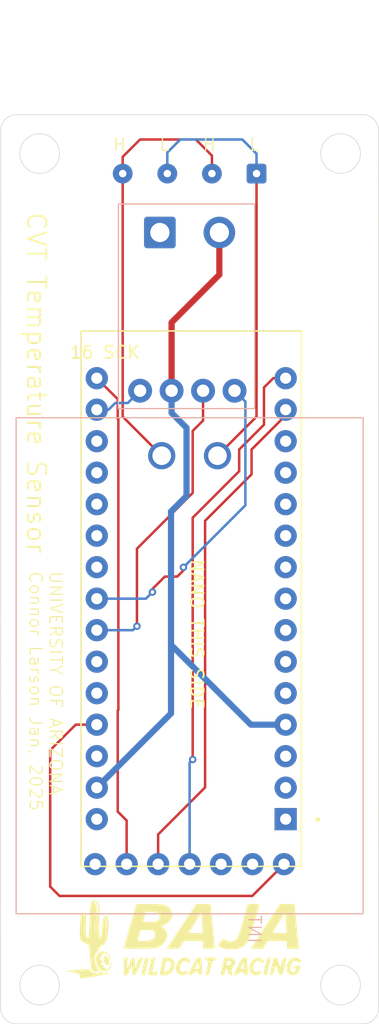
<source format=kicad_pcb>
(kicad_pcb (version 20240108) (generator "pcbnew") (generator_version "8.0")
  (layers (0 "F.Cu" signal) (31 "B.Cu" signal) (34 "B.Paste" user) (35 "F.Paste" user) (36 "B.SilkS" user "B.Silkscreen") (37 "F.SilkS" user "F.Silkscreen") (38 "B.Mask" user) (39 "F.Mask" user) (44 "Edge.Cuts" user))
  (net 0 "")
  (net 2 "SDA")
  (net 6 "+3V")
  (net 10 "SO")
  (net 12 "SCK")
  (net 21 "SI")
  (net 26 "SCL")
  (net 27 "+5V")
  (net 30 "CS")
  (net 31 "0")
  (net 32 "+5v")
  (net 33 "GND")
  (net 34 "Low")
  (net 35 "High")
  (footprint "Connector_Wire:SolderWire-0.75sqmm_1x02_P4.8mm_D1.25mm_OD2.3mm" (layer "F.Cu") (at 142.1 69.25)
    (property "Reference" "J5" (hide yes))
    (property "Value" "Conn_01x02")
    (pad "1" thru_hole roundrect (at 0 0) (size 2.55 2.55) (drill 1.55) (layers "*.Cu" "*.Mask") (roundrect_rratio 0.098039) (net 32 "+5v"))
    (pad "2" thru_hole circle (at 4.8 0) (size 2.55 2.55) (drill 1.55) (layers "*.Cu" "*.Mask") (net 33 "GND"))
  )
  (footprint "Connector_Wire:SolderWire-0.1sqmm_1x04_P3.6mm_D0.4mm_OD1mm" (layer "F.Cu") (at 149.9 64.5 180)
    (property "Reference" "J2" (hide yes))
    (property "Value" "CAN to outer connector")
    (pad "1" thru_hole roundrect (at 0 0 180) (size 1.6 1.6) (drill 0.6) (layers "*.Cu" "*.Mask") (roundrect_rratio 0.15625) (net 34 "Low"))
    (pad "2" thru_hole circle (at 3.6 0 180) (size 1.6 1.6) (drill 0.6) (layers "*.Cu" "*.Mask") (net 35 "High"))
    (pad "3" thru_hole circle (at 7.2 0 180) (size 1.6 1.6) (drill 0.6) (layers "*.Cu" "*.Mask") (net 34 "Low"))
    (pad "4" thru_hole circle (at 10.8 0 180) (size 1.6 1.6) (drill 0.6) (layers "*.Cu" "*.Mask") (net 35 "High"))
  )
  (footprint "BAJA SAE:Baja Logo" (layer "F.Cu") (at 144 126.25)
    (property "Reference" "G***" (hide yes))
    (property "Value" "LOGO" (hide yes))
    (fp_poly (pts (xy -6.150348 1.386464) (xy -6.047882 1.527298) (xy -5.981696 1.710629) (xy -5.972291 1.894405) (xy -5.978448 1.925236) (xy -6.052756 2.061477) (xy -6.163169 2.089719) (xy -6.284948 2.013076) (xy -6.375404 1.875262) (xy -6.439841 1.66625) (xy -6.434342 1.485397) (xy -6.365006 1.363829) (xy -6.268591 1.330174)) (fill solid) (layer "F.SilkS"))
    (fp_poly (pts (xy 6.957772 1.460167) (xy 7.000893 1.483375) (xy 7.016623 1.546401) (xy 7.004794 1.669164) (xy 6.965236 1.871582) (xy 6.89778 2.173575) (xy 6.88071 2.248628) (xy 6.811382 2.539312) (xy 6.755864 2.727888) (xy 6.704498 2.836742) (xy 6.647628 2.888258) (xy 6.59872 2.902286) (xy 6.4878 2.887686) (xy 6.460848 2.840987) (xy 6.473704 2.747978) (xy 6.508416 2.561267) (xy 6.559204 2.310781) (xy 6.602392 2.108152) (xy 6.668095 1.816411) (xy 6.719312 1.627234) (xy 6.765593 1.518802) (xy 6.816485 1.469297) (xy 6.881539 1.4569) (xy 6.887429 1.456858)) (fill solid) (layer "F.SilkS"))
    (fp_poly (pts (xy -2.822678 1.477591) (xy -2.808262 1.553555) (xy -2.812183 1.567706) (xy -2.839246 1.67266) (xy -2.8832 1.859133) (xy -2.936797 2.09447) (xy -2.992791 2.346015) (xy -3.043934 2.581116) (xy -3.082979 2.767117) (xy -3.102678 2.871364) (xy -3.10374 2.881374) (xy -3.158212 2.905475) (xy -3.266363 2.913716) (xy -3.383359 2.893443) (xy -3.401988 2.819312) (xy -3.39792 2.802868) (xy -3.371381 2.695621) (xy -3.325314 2.497498) (xy -3.267295 2.241373) (xy -3.230098 2.074439) (xy -3.165654 1.792866) (xy -3.115689 1.612884) (xy -3.069457 1.511936) (xy -3.016215 1.467465) (xy -2.945217 1.456916) (xy -2.935918 1.456858)) (fill solid) (layer "F.SilkS"))
    (fp_poly (pts (xy -2.346638 1.462554) (xy -2.303175 1.49419) (xy -2.292639 1.57359) (xy -2.314263 1.722575) (xy -2.367283 1.96297) (xy -2.401021 2.10611) (xy -2.517416 2.597007) (xy -2.303845 2.597007) (xy -2.157459 2.609929) (xy -2.099026 2.667304) (xy -2.090274 2.755361) (xy -2.098321 2.843123) (xy -2.142293 2.890506) (xy -2.251938 2.909904) (xy -2.457003 2.913712) (xy -2.470324 2.913716) (xy -2.712693 2.901845) (xy -2.833998 2.865773) (xy -2.850374 2.836581) (xy -2.837537 2.745507) (xy -2.802871 2.560476) (xy -2.752144 2.31117) (xy -2.70883 2.108152) (xy -2.643127 1.816411) (xy -2.59191 1.627234) (xy -2.545629 1.518802) (xy -2.494737 1.469297) (xy -2.429683 1.4569) (xy -2.423793 1.456858)) (fill solid) (layer "F.SilkS"))
    (fp_poly (pts (xy 0.355407 1.513633) (xy 0.443392 1.583541) (xy 0.54756 1.735184) (xy 0.550654 1.849614) (xy 0.47488 1.902403) (xy 0.342443 1.869121) (xy 0.247058 1.799528) (xy 0.098141 1.727697) (xy -0.045245 1.776957) (xy -0.17296 1.941798) (xy -0.223826 2.055366) (xy -0.284763 2.300847) (xy -0.270221 2.490533) (xy -0.190875 2.60739) (xy -0.057399 2.634384) (xy 0.098129 2.569119) (xy 0.211454 2.509435) (xy 0.284349 2.531512) (xy 0.324681 2.574942) (xy 0.368261 2.659187) (xy 0.322552 2.739776) (xy 0.260131 2.794292) (xy 0.049326 2.894385) (xy -0.186056 2.900905) (xy -0.395444 2.814512) (xy -0.430681 2.785279) (xy -0.571893 2.593057) (xy -0.6137 2.358739) (xy -0.56967 2.088771) (xy -0.452454 1.816995) (xy -0.278424 1.612165) (xy -0.070494 1.485709) (xy 0.148421 1.449056)) (fill solid) (layer "F.SilkS"))
    (fp_poly (pts (xy 2.455012 1.460389) (xy 2.586365 1.476268) (xy 2.645695 1.512426) (xy 2.660296 1.576793) (xy 2.66035 1.583541) (xy 2.622098 1.683843) (xy 2.506264 1.710224) (xy 2.432972 1.713375) (xy 2.379725 1.73687) (xy 2.336976 1.801777) (xy 2.295178 1.929164) (xy 2.244782 2.140095) (xy 2.183314 2.422818) (xy 2.126885 2.669055) (xy 2.079861 2.815891) (xy 2.028931 2.888555) (xy 1.960786 2.912278) (xy 1.924355 2.913716) (xy 1.8136 2.893279) (xy 1.796567 2.808646) (xy 1.803985 2.771197) (xy 1.894675 2.37571) (xy 1.959176 2.089808) (xy 2.000488 1.8998) (xy 2.02161 1.791995) (xy 2.025997 1.75773) (xy 1.972666 1.721517) (xy 1.874509 1.710224) (xy 1.764316 1.689117) (xy 1.749775 1.606875) (xy 1.755213 1.583541) (xy 1.787817 1.515898) (xy 1.860819 1.477535) (xy 2.00364 1.460508) (xy 2.224346 1.456858)) (fill solid) (layer "F.SilkS"))
    (fp_poly (pts (xy 6.205096 1.4923) (xy 6.356917 1.579925) (xy 6.468548 1.691676) (xy 6.506446 1.7995) (xy 6.495417 1.832218) (xy 6.396028 1.894352) (xy 6.26904 1.882874) (xy 6.184576 1.805237) (xy 6.100219 1.71743) (xy 5.97428 1.724556) (xy 5.83852 1.818257) (xy 5.763396 1.916085) (xy 5.670025 2.135006) (xy 5.64154 2.353717) (xy 5.680018 2.530775) (xy 5.72938 2.594485) (xy 5.842465 2.634712) (xy 5.973941 2.621813) (xy 6.066737 2.566721) (xy 6.080798 2.527169) (xy 6.125728 2.501538) (xy 6.205123 2.532403) (xy 6.293289 2.624702) (xy 6.264332 2.730865) (xy 6.123867 2.833372) (xy 6.106004 2.841794) (xy 5.839435 2.909628) (xy 5.606387 2.856038) (xy 5.476174 2.758241) (xy 5.350908 2.552172) (xy 5.319253 2.3055) (xy 5.368684 2.046792) (xy 5.486681 1.804615) (xy 5.66072 1.607537) (xy 5.87828 1.484126) (xy 6.046628 1.456858)) (fill solid) (layer "F.SilkS"))
    (fp_poly (pts (xy -1.024944 1.501421) (xy -0.822571 1.632283) (xy -0.714477 1.845199) (xy -0.696856 2.008218) (xy -0.752663 2.342767) (xy -0.910193 2.61271) (xy -1.155059 2.804103) (xy -1.472873 2.902999) (xy -1.631047 2.913617) (xy -1.806249 2.902678) (xy -1.885805 2.86154) (xy -1.900608 2.802868) (xy -1.887482 2.695842) (xy -1.855135 2.516204) (xy -1.566087 2.516204) (xy -1.555521 2.587209) (xy -1.470151 2.603361) (xy -1.345574 2.571932) (xy -1.217391 2.500198) (xy -1.144747 2.430111) (xy -1.045523 2.240956) (xy -1.01425 2.039455) (xy -1.051485 1.867257) (xy -1.135985 1.775794) (xy -1.263012 1.722621) (xy -1.346135 1.741367) (xy -1.404779 1.849848) (xy -1.458364 2.065878) (xy -1.459807 2.072813) (xy -1.505953 2.283908) (xy -1.546356 2.449647) (xy -1.566087 2.516204) (xy -1.855135 2.516204) (xy -1.851884 2.498149) (xy -1.799978 2.242524) (xy -1.763454 2.074439) (xy -1.625942 1.456858) (xy -1.316825 1.456858)) (fill solid) (layer "F.SilkS"))
    (fp_poly (pts (xy -7.654053 2.402296) (xy -7.581566 2.422053) (xy -7.554846 2.453547) (xy -7.481472 2.533546) (xy -7.336969 2.63141) (xy -7.276328 2.66441) (xy -7.114003 2.739091) (xy -7.009127 2.753137) (xy -6.910047 2.710302) (xy -6.882959 2.693004) (xy -6.744629 2.631889) (xy -6.592145 2.647756) (xy -6.533611 2.666556) (xy -6.340888 2.70434) (xy -6.168493 2.695843) (xy -6.049475 2.683125) (xy -6.030868 2.732256) (xy -6.096009 2.761441) (xy -6.262066 2.806111) (xy -6.504881 2.861618) (xy -6.800297 2.923312) (xy -7.124156 2.986546) (xy -7.4523 3.04667) (xy -7.760573 3.099035) (xy -8.024816 3.138994) (xy -8.220872 3.161897) (xy -8.28192 3.165433) (xy -8.339884 3.111051) (xy -8.361097 2.981548) (xy -8.369818 2.875834) (xy -8.415829 2.811557) (xy -8.5289 2.767868) (xy -8.725311 2.726489) (xy -8.963523 2.677714) (xy -9.180743 2.627779) (xy -9.279551 2.601781) (xy -9.469576 2.546598) (xy -9.279551 2.536449) (xy -9.1417 2.525849) (xy -8.911272 2.504754) (xy -8.621633 2.476328) (xy -8.338593 2.447166) (xy -8.012126 2.415019) (xy -7.79076 2.400007)) (fill solid) (layer "F.SilkS"))
    (fp_poly (pts (xy 9.207495 1.492935) (xy 9.37541 1.583063) (xy 9.48301 1.700087) (xy 9.501247 1.766789) (xy 9.45167 1.843228) (xy 9.337711 1.864441) (xy 9.211533 1.824864) (xy 9.179918 1.801055) (xy 9.028503 1.730662) (xy 8.877139 1.779111) (xy 8.742338 1.939636) (xy 8.715589 1.991327) (xy 8.639537 2.221473) (xy 8.630229 2.422378) (xy 8.676953 2.574111) (xy 8.768995 2.656737) (xy 8.895641 2.650323) (xy 9.021661 2.560812) (xy 9.111341 2.43708) (xy 9.088575 2.36285) (xy 8.98987 2.343641) (xy 8.888897 2.30952) (xy 8.879568 2.232793) (xy 8.943683 2.16178) (xy 9.075882 2.112808) (xy 9.231617 2.091225) (xy 9.36634 2.102378) (xy 9.4355 2.151615) (xy 9.437552 2.165809) (xy 9.405842 2.372543) (xy 9.32721 2.58937) (xy 9.224056 2.762192) (xy 9.167983 2.816836) (xy 8.961031 2.89987) (xy 8.731289 2.90188) (xy 8.533045 2.825121) (xy 8.489392 2.788643) (xy 8.357929 2.577212) (xy 8.318562 2.324919) (xy 8.359741 2.06068) (xy 8.469916 1.813412) (xy 8.637538 1.612034) (xy 8.851057 1.485463) (xy 9.021312 1.456858)) (fill solid) (layer "F.SilkS"))
    (fp_poly (pts (xy 5.020255 1.461094) (xy 5.075902 1.490704) (xy 5.10944 1.571035) (xy 5.13158 1.727438) (xy 5.152577 1.979426) (xy 5.179115 2.342223) (xy 5.191882 2.597467) (xy 5.189332 2.763698) (xy 5.16992 2.859457) (xy 5.132102 2.903283) (xy 5.07472 2.913716) (xy 4.96326 2.860216) (xy 4.922296 2.787032) (xy 4.860142 2.693914) (xy 4.718542 2.661192) (xy 4.676778 2.660349) (xy 4.476818 2.701378) (xy 4.385274 2.787032) (xy 4.299995 2.863591) (xy 4.184156 2.911837) (xy 4.086407 2.917976) (xy 4.053866 2.88099) (xy 4.08067 2.814998) (xy 4.153762 2.658936) (xy 4.262158 2.435732) (xy 4.304179 2.351063) (xy 4.636469 2.351063) (xy 4.699482 2.402436) (xy 4.750624 2.406982) (xy 4.827915 2.389735) (xy 4.864952 2.316822) (xy 4.874827 2.15649) (xy 4.874652 2.10611) (xy 4.871997 1.805237) (xy 4.750624 2.026932) (xy 4.653516 2.230771) (xy 4.636469 2.351063) (xy 4.304179 2.351063) (xy 4.394876 2.168316) (xy 4.402774 2.152561) (xy 4.551753 1.859899) (xy 4.660391 1.662891) (xy 4.742897 1.54285) (xy 4.813479 1.481094) (xy 4.886344 1.458936) (xy 4.93179 1.456858)) (fill solid) (layer "F.SilkS"))
    (fp_poly (pts (xy 5.89815 -2.848279) (xy 6.065337 -2.842738) (xy 6.14227 -2.834871) (xy 6.14414 -2.833356) (xy 6.127466 -2.770319) (xy 6.080685 -2.602689) (xy 6.008653 -2.347632) (xy 5.916231 -2.022317) (xy 5.808276 -1.643911) (xy 5.738362 -1.399549) (xy 5.582521 -0.867181) (xy 5.448838 -0.442981) (xy 5.32988 -0.111937) (xy 5.218217 0.140961) (xy 5.106415 0.330724) (xy 4.987042 0.472365) (xy 4.852667 0.580894) (xy 4.718953 0.659446) (xy 4.456025 0.750201) (xy 4.117854 0.80214) (xy 3.75023 0.813864) (xy 3.39894 0.783978) (xy 3.109773 0.711085) (xy 3.103741 0.708702) (xy 2.916407 0.615394) (xy 2.838881 0.514133) (xy 2.866817 0.380738) (xy 2.995866 0.191029) (xy 3.007933 0.17582) (xy 3.181857 -0.042153) (xy 3.412001 0.077931) (xy 3.687388 0.164257) (xy 3.965738 0.154053) (xy 4.207034 0.05142) (xy 4.280828 -0.011105) (xy 4.370625 -0.152893) (xy 4.478204 -0.414035) (xy 4.604411 -0.796755) (xy 4.686906 -1.076808) (xy 4.791264 -1.442091) (xy 4.89513 -1.804171) (xy 4.988072 -2.126776) (xy 5.059658 -2.373635) (xy 5.074036 -2.422818) (xy 5.19938 -2.850374) (xy 5.67176 -2.850374)) (fill solid) (layer "F.SilkS"))
    (fp_poly (pts (xy 3.894099 1.498215) (xy 4.083145 1.610966) (xy 4.173425 1.77813) (xy 4.155549 1.982728) (xy 4.026619 2.200148) (xy 3.925582 2.350187) (xy 3.896407 2.505876) (xy 3.908276 2.648399) (xy 3.924104 2.81556) (xy 3.902887 2.892472) (xy 3.831572 2.913277) (xy 3.806851 2.913716) (xy 3.716757 2.902912) (xy 3.660095 2.849956) (xy 3.616109 2.724027) (xy 3.582887 2.581172) (xy 3.524409 2.439744) (xy 3.449901 2.413998) (xy 3.37844 2.497896) (xy 3.332784 2.660349) (xy 3.287711 2.834899) (xy 3.217174 2.907642) (xy 3.176891 2.913716) (xy 3.059293 2.895195) (xy 3.02365 2.875852) (xy 3.003638 2.788899) (xy 3.008833 2.765004) (xy 3.031644 2.674952) (xy 3.074387 2.491645) (xy 3.130025 2.245607) (xy 3.168023 2.074439) (xy 3.18804 1.983634) (xy 3.484761 1.983634) (xy 3.514568 2.066056) (xy 3.626184 2.081717) (xy 3.65798 2.078646) (xy 3.788545 2.038213) (xy 3.831059 1.935394) (xy 3.83217 1.901117) (xy 3.789799 1.761824) (xy 3.713077 1.720695) (xy 3.579793 1.748595) (xy 3.499208 1.875276) (xy 3.484761 1.983634) (xy 3.18804 1.983634) (xy 3.304165 1.456858) (xy 3.615674 1.456858)) (fill solid) (layer "F.SilkS"))
    (fp_poly (pts (xy 7.519941 1.473388) (xy 7.583573 1.540112) (xy 7.644939 1.682729) (xy 7.707912 1.884414) (xy 7.833036 2.31197) (xy 7.926971 1.900249) (xy 7.986169 1.671561) (xy 8.04269 1.540953) (xy 8.111274 1.481026) (xy 8.159331 1.468288) (xy 8.23331 1.466029) (xy 8.276722 1.497477) (xy 8.289397 1.580839) (xy 8.271162 1.734318) (xy 8.221847 1.976121) (xy 8.151692 2.280299) (xy 8.081666 2.562673) (xy 8.025217 2.743494) (xy 7.972052 2.845621) (xy 7.911875 2.891914) (xy 7.871774 2.901901) (xy 7.789399 2.896721) (xy 7.728109 2.835418) (xy 7.669708 2.692006) (xy 7.62785 2.553521) (xy 7.551761 2.300162) (xy 7.496906 2.166361) (xy 7.452837 2.149017) (xy 7.409105 2.245031) (xy 7.355263 2.451303) (xy 7.350502 2.471231) (xy 7.289471 2.698643) (xy 7.232101 2.828492) (xy 7.162959 2.888447) (xy 7.1101 2.902286) (xy 6.999437 2.904345) (xy 6.967581 2.88578) (xy 6.980669 2.808443) (xy 7.015105 2.64041) (xy 7.063653 2.414399) (xy 7.119075 2.163129) (xy 7.174135 1.919319) (xy 7.221594 1.715687) (xy 7.254215 1.584953) (xy 7.259139 1.567706) (xy 7.343921 1.477923) (xy 7.437807 1.456858)) (fill solid) (layer "F.SilkS"))
    (fp_poly (pts (xy 1.354643 1.461107) (xy 1.408252 1.490275) (xy 1.441187 1.568989) (xy 1.463014 1.72188) (xy 1.483299 1.973576) (xy 1.486048 2.011097) (xy 1.50608 2.283217) (xy 1.523968 2.523392) (xy 1.536689 2.691114) (xy 1.53924 2.723691) (xy 1.519935 2.850691) (xy 1.41623 2.901256) (xy 1.409352 2.902286) (xy 1.297774 2.890286) (xy 1.266836 2.792935) (xy 1.266833 2.791438) (xy 1.246616 2.705406) (xy 1.163362 2.667712) (xy 1.017735 2.660349) (xy 0.841299 2.676609) (xy 0.751921 2.736097) (xy 0.728429 2.787032) (xy 0.635414 2.893488) (xy 0.534136 2.913716) (xy 0.417047 2.899876) (xy 0.38005 2.87437) (xy 0.407659 2.806122) (xy 0.482929 2.64883) (xy 0.594523 2.425558) (xy 0.619647 2.376593) (xy 0.950125 2.376593) (xy 1.000272 2.404116) (xy 1.106475 2.403165) (xy 1.202375 2.377878) (xy 1.224602 2.359476) (xy 1.233043 2.271944) (xy 1.21891 2.112313) (xy 1.210704 2.058603) (xy 1.168219 1.805237) (xy 1.059172 2.075721) (xy 0.994139 2.243066) (xy 0.955129 2.3551) (xy 0.950125 2.376593) (xy 0.619647 2.376593) (xy 0.731106 2.159368) (xy 0.738079 2.145941) (xy 0.891775 1.854899) (xy 1.004062 1.659122) (xy 1.089247 1.540101) (xy 1.161639 1.479327) (xy 1.235547 1.458294) (xy 1.270797 1.456858)) (fill solid) (layer "F.SilkS"))
    (fp_poly (pts (xy -6.196559 1.064439) (xy -6.132059 1.124314) (xy -5.957967 1.342816) (xy -5.851344 1.543801) (xy -5.827431 1.65614) (xy -5.852003 1.652915) (xy -5.915096 1.557717) (xy -5.96995 1.455688) (xy -6.117511 1.234224) (xy -6.268512 1.139083) (xy -6.42105 1.147257) (xy -6.547346 1.220507) (xy -6.606414 1.328987) (xy -6.60036 1.380724) (xy -6.622208 1.4788) (xy -6.690434 1.555069) (xy -6.759353 1.616623) (xy -6.723895 1.617452) (xy -6.706703 1.611785) (xy -6.619705 1.633497) (xy -6.561793 1.730203) (xy -6.55198 1.850616) (xy -6.589605 1.92766) (xy -6.648056 2.022723) (xy -6.59482 2.06697) (xy -6.544412 2.067401) (xy -6.444384 2.115999) (xy -6.392372 2.216957) (xy -6.356944 2.311557) (xy -6.338464 2.31197) (xy -6.301444 2.305729) (xy -6.237137 2.371583) (xy -6.168616 2.437605) (xy -6.144139 2.419089) (xy -6.093183 2.351865) (xy -6.051044 2.343641) (xy -5.97448 2.286062) (xy -5.892617 2.132102) (xy -5.860073 2.042768) (xy -5.762197 1.741895) (xy -5.789622 2.017323) (xy -5.865221 2.290842) (xy -6.014816 2.484979) (xy -6.215105 2.589105) (xy -6.442785 2.592591) (xy -6.674554 2.484809) (xy -6.725045 2.443995) (xy -6.886711 2.233518) (xy -7.001936 1.952264) (xy -7.052612 1.652928) (xy -7.047277 1.506297) (xy -6.966858 1.251405) (xy -6.815572 1.068919) (xy -6.619423 0.969694) (xy -6.404417 0.964583)) (fill solid) (layer "F.SilkS"))
    (fp_poly (pts (xy 9.113508 -1.314339) (xy 9.15553 -0.870088) (xy 9.195737 -0.453348) (xy 9.232009 -0.085463) (xy 9.262223 0.212219) (xy 9.284259 0.418353) (xy 9.292894 0.490898) (xy 9.328442 0.7601) (xy 8.84477 0.7601) (xy 8.361098 0.7601) (xy 8.361098 0.543584) (xy 8.357564 0.372839) (xy 8.333367 0.256555) (xy 8.268106 0.184323) (xy 8.141385 0.145731) (xy 7.932805 0.13037) (xy 7.62197 0.127828) (xy 7.546715 0.12794) (xy 6.809227 0.129197) (xy 6.621947 0.444648) (xy 6.434666 0.7601) (xy 5.941024 0.7601) (xy 5.709061 0.756339) (xy 5.53562 0.746364) (xy 5.451072 0.732135) (xy 5.447382 0.728244) (xy 5.481254 0.669866) (xy 5.577441 0.51864) (xy 5.7278 0.287001) (xy 5.924191 -0.012615) (xy 6.158469 -0.367774) (xy 6.283491 -0.556363) (xy 7.231505 -0.556363) (xy 7.280068 -0.53412) (xy 7.427833 -0.517033) (xy 7.647341 -0.507708) (xy 7.754074 -0.506733) (xy 8.297756 -0.506733) (xy 8.289888 -0.902619) (xy 8.278865 -1.193405) (xy 8.258843 -1.521688) (xy 8.242382 -1.724601) (xy 8.202744 -2.150698) (xy 7.727681 -1.378345) (xy 7.556261 -1.098633) (xy 7.409305 -0.856914) (xy 7.299323 -0.673911) (xy 7.238823 -0.570348) (xy 7.231505 -0.556363) (xy 6.283491 -0.556363) (xy 6.422494 -0.76604) (xy 6.629432 -1.076993) (xy 7.811483 -2.850374) (xy 8.390577 -2.850374) (xy 8.96967 -2.850374)) (fill solid) (layer "F.SilkS"))
    (fp_poly (pts (xy -4.528927 1.900249) (xy -4.546587 2.118165) (xy -4.551355 2.276389) (xy -4.54237 2.343195) (xy -4.540953 2.343641) (xy -4.504033 2.28919) (xy -4.436038 2.145188) (xy -4.350483 1.940661) (xy -4.334493 1.900249) (xy -4.227188 1.652049) (xy -4.138828 1.510218) (xy -4.058443 1.458024) (xy -4.043858 1.456858) (xy -3.982945 1.471561) (xy -3.947217 1.533105) (xy -3.92984 1.667645) (xy -3.923981 1.901333) (xy -3.923867 1.916085) (xy -3.920553 2.375312) (xy -3.741437 1.93192) (xy -3.640857 1.698504) (xy -3.560342 1.560187) (xy -3.480958 1.491538) (xy -3.396373 1.468486) (xy -3.27417 1.463558) (xy -3.230424 1.478675) (xy -3.254984 1.544866) (xy -3.321838 1.702644) (xy -3.420746 1.92832) (xy -3.540239 2.195476) (xy -3.677178 2.492022) (xy -3.778674 2.690145) (xy -3.857306 2.808649) (xy -3.925653 2.866341) (xy -3.996292 2.882025) (xy -3.999466 2.882045) (xy -4.080119 2.874069) (xy -4.123642 2.830947) (xy -4.139849 2.723882) (xy -4.138555 2.52408) (xy -4.137268 2.477717) (xy -4.136548 2.260122) (xy -4.153683 2.156251) (xy -4.194024 2.167768) (xy -4.262923 2.296338) (xy -4.36573 2.543624) (xy -4.368053 2.549501) (xy -4.458417 2.756742) (xy -4.535166 2.868338) (xy -4.619486 2.910452) (xy -4.662967 2.913716) (xy -4.727705 2.909846) (xy -4.770654 2.883861) (xy -4.796283 2.814192) (xy -4.809065 2.679271) (xy -4.813469 2.457532) (xy -4.813965 2.185287) (xy -4.813965 1.456858) (xy -4.649182 1.456858) (xy -4.484399 1.456858)) (fill solid) (layer "F.SilkS"))
    (fp_poly (pts (xy 1.901583 -2.848842) (xy 2.07498 -2.840407) (xy 2.169565 -2.819316) (xy 2.209274 -2.779813) (xy 2.21804 -2.716143) (xy 2.218139 -2.707856) (xy 2.224665 -2.606833) (xy 2.24237 -2.398933) (xy 2.269472 -2.103299) (xy 2.304188 -1.739073) (xy 2.344735 -1.325397) (xy 2.375954 -1.013467) (xy 2.419428 -0.57859) (xy 2.45831 -0.181679) (xy 2.490838 0.15861) (xy 2.515248 0.423623) (xy 2.529776 0.594704) (xy 2.533127 0.649252) (xy 2.517342 0.706428) (xy 2.452378 0.740009) (xy 2.312856 0.755921) (xy 2.073398 0.760093) (xy 2.058604 0.7601) (xy 1.583542 0.7601) (xy 1.583542 0.443391) (xy 1.583542 0.126683) (xy 0.820825 0.126683) (xy 0.058109 0.126683) (xy -0.138767 0.443391) (xy -0.335644 0.7601) (xy -0.832909 0.7601) (xy -1.06581 0.756365) (xy -1.240301 0.746455) (xy -1.326119 0.732307) (xy -1.330174 0.728244) (xy -1.296302 0.669866) (xy -1.200116 0.51864) (xy -1.049756 0.287001) (xy -0.853365 -0.012615) (xy -0.619087 -0.367774) (xy -0.495472 -0.55424) (xy 0.46346 -0.55424) (xy 0.508988 -0.532947) (xy 0.654129 -0.516589) (xy 0.871836 -0.507665) (xy 0.978058 -0.506733) (xy 1.5202 -0.506733) (xy 1.514651 -0.997631) (xy 1.506078 -1.288922) (xy 1.488956 -1.579552) (xy 1.467145 -1.805237) (xy 1.425187 -2.121945) (xy 0.958096 -1.361846) (xy 0.787752 -1.084461) (xy 0.641174 -0.845437) (xy 0.531154 -0.665655) (xy 0.47048 -0.565996) (xy 0.46346 -0.55424) (xy -0.495472 -0.55424) (xy -0.355062 -0.76604) (xy -0.148124 -1.076993) (xy 1.033927 -2.850374) (xy 1.625442 -2.850374)) (fill solid) (layer "F.SilkS"))
    (fp_poly (pts (xy -2.736844 -2.848983) (xy -2.250157 -2.842472) (xy -1.871799 -2.821218) (xy -1.583814 -2.780486) (xy -1.368241 -2.715538) (xy -1.207124 -2.621637) (xy -1.082504 -2.494047) (xy -1.015011 -2.39483) (xy -0.90904 -2.112351) (xy -0.918628 -1.824764) (xy -1.035136 -1.551917) (xy -1.249923 -1.313659) (xy -1.554349 -1.129838) (xy -1.568281 -1.123893) (xy -1.773813 -1.037473) (xy -1.586201 -0.898765) (xy -1.431989 -0.730925) (xy -1.326109 -0.518131) (xy -1.325536 -0.516231) (xy -1.303156 -0.234116) (xy -1.389864 0.04988) (xy -1.570405 0.3134) (xy -1.829524 0.534088) (xy -2.147232 0.68801) (xy -2.26154 0.707173) (xy -2.468765 0.72403) (xy -2.746456 0.738271) (xy -3.072164 0.749583) (xy -3.423438 0.757655) (xy -3.777828 0.762175) (xy -4.112884 0.762831) (xy -4.406156 0.759311) (xy -4.635194 0.751304) (xy -4.777547 0.738497) (xy -4.813965 0.725042) (xy -4.797311 0.657677) (xy -4.750886 0.487264) (xy -4.679991 0.232486) (xy -4.636904 0.079177) (xy -3.672955 0.079177) (xy -3.61648 0.110638) (xy -3.467999 0.126699) (xy -3.261077 0.128694) (xy -3.029281 0.117961) (xy -2.806178 0.095834) (xy -2.625333 0.06365) (xy -2.538196 0.034013) (xy -2.374969 -0.085156) (xy -2.296657 -0.249442) (xy -2.280299 -0.440888) (xy -2.3288 -0.596815) (xy -2.478104 -0.697827) (xy -2.733913 -0.746218) (xy -3.042117 -0.747562) (xy -3.445068 -0.728429) (xy -3.558581 -0.348379) (xy -3.618154 -0.142271) (xy -3.659581 0.013745) (xy -3.672955 0.079177) (xy -4.636904 0.079177) (xy -4.589927 -0.087972) (xy -4.485996 -0.455428) (xy -4.373499 -0.851198) (xy -4.257739 -1.256599) (xy -4.206016 -1.436867) (xy -3.230424 -1.436867) (xy -3.17346 -1.406392) (xy -3.025584 -1.392066) (xy -2.821319 -1.3923) (xy -2.595188 -1.405508) (xy -2.381715 -1.4301) (xy -2.215424 -1.46449) (xy -2.158146 -1.486186) (xy -2.01892 -1.582743) (xy -1.939596 -1.681392) (xy -1.899323 -1.898602) (xy -1.968613 -2.058573) (xy -2.149113 -2.162637) (xy -2.442472 -2.212126) (xy -2.602754 -2.216958) (xy -3.023705 -2.216958) (xy -3.127064 -1.848588) (xy -3.182015 -1.646066) (xy -3.219501 -1.495134) (xy -3.230424 -1.436867) (xy -4.206016 -1.436867) (xy -4.144017 -1.652948) (xy -4.037635 -2.02156) (xy -3.943894 -2.343753) (xy -3.920717 -2.422818) (xy -3.795134 -2.850374)) (fill solid) (layer "F.SilkS"))
    (fp_poly (pts (xy -7.052322 -3.122443) (xy -6.91528 -3.020481) (xy -6.871124 -2.968594) (xy -6.837542 -2.907989) (xy -6.813059 -2.821792) (xy -6.796201 -2.693129) (xy -6.785494 -2.505126) (xy -6.779464 -2.240909) (xy -6.776635 -1.883605) (xy -6.775541 -1.421105) (xy -6.774011 -0.953694) (xy -6.770308 -0.599936) (xy -6.763563 -0.34681) (xy -6.752909 -0.181293) (xy -6.737476 -0.090361) (xy -6.716397 -0.060992) (xy -6.688803 -0.080164) (xy -6.686341 -0.083335) (xy -6.639578 -0.207175) (xy -6.598199 -0.437851) (xy -6.565439 -0.755535) (xy -6.557132 -0.875106) (xy -6.529443 -1.257193) (xy -6.498134 -1.530448) (xy -6.458616 -1.711815) (xy -6.257773 -1.711815) (xy -6.244375 -1.646883) (xy -6.225796 -1.508436) (xy -6.208818 -1.287148) (xy -6.196674 -1.026853) (xy -6.195321 -0.981796) (xy -6.18143 -0.475063) (xy -6.160301 -1.030489) (xy -6.157776 -1.330755) (xy -6.173806 -1.55957) (xy -6.206454 -1.690668) (xy -6.209356 -1.695576) (xy -6.255967 -1.757146) (xy -6.257773 -1.711815) (xy -6.458616 -1.711815) (xy -6.458419 -1.71272) (xy -6.405511 -1.821854) (xy -6.334625 -1.875697) (xy -6.285413 -1.888333) (xy -6.160907 -1.850219) (xy -6.077939 -1.69458) (xy -6.036964 -1.423725) (xy -6.038434 -1.039963) (xy -6.061045 -0.744457) (xy -6.113796 -0.318504) (xy -6.181692 -0.001247) (xy -6.271879 0.225051) (xy -6.3915 0.378122) (xy -6.5477 0.475704) (xy -6.55358 0.478192) (xy -6.711201 0.566795) (xy -6.772965 0.675089) (xy -6.777556 0.731267) (xy -6.810704 0.865583) (xy -6.871012 0.926621) (xy -6.981109 1.024281) (xy -7.078686 1.202933) (xy -7.143165 1.417146) (xy -7.157606 1.559388) (xy -7.133882 1.770569) (xy -7.072737 2.009891) (xy -6.989208 2.233538) (xy -6.898332 2.397697) (xy -6.853813 2.444534) (xy -6.793791 2.506366) (xy -6.837435 2.559526) (xy -6.888659 2.588669) (xy -7.071474 2.653309) (xy -7.229006 2.61493) (xy -7.324793 2.548093) (xy -7.377683 2.49448) (xy -7.41796 2.417636) (xy -7.449533 2.296977) (xy -7.476313 2.11192) (xy -7.502208 1.841882) (xy -7.531129 1.466281) (xy -7.531659 1.45902) (xy -7.55908 1.119161) (xy -7.587871 0.824942) (xy -7.615408 0.599106) (xy -7.639066 0.464402) (xy -7.649509 0.43737) (xy -7.735567 0.392439) (xy -7.89093 0.333508) (xy -7.935784 0.318707) (xy -8.09621 0.257198) (xy -8.212486 0.17791) (xy -8.290497 0.061804) (xy -8.336128 -0.110157) (xy -8.355262 -0.357011) (xy -8.353784 -0.697794) (xy -8.343692 -1.000993) (xy -8.328044 -1.338895) (xy -8.309672 -1.637127) (xy -8.290494 -1.870104) (xy -8.272429 -2.012239) (xy -8.265965 -2.037871) (xy -8.257594 -2.048047) (xy -8.069655 -2.048047) (xy -8.031488 -1.966472) (xy -7.953964 -1.876686) (xy -7.917933 -1.893193) (xy -7.939563 -1.99253) (xy -8.006614 -2.078153) (xy -8.042937 -2.090275) (xy -8.069655 -2.048047) (xy -8.257594 -2.048047) (xy -8.165981 -2.159419) (xy -8.026165 -2.184669) (xy -7.93227 -2.139419) (xy -7.892833 -2.087373) (xy -7.868442 -1.995813) (xy -7.857725 -1.843549) (xy -7.85931 -1.609391) (xy -7.871824 -1.272149) (xy -7.87357 -1.233127) (xy -7.886523 -0.827651) (xy -7.882904 -0.535013) (xy -7.862207 -0.342394) (xy -7.835142 -0.255787) (xy -7.771367 -0.142584) (xy -7.720579 -0.091827) (xy -7.680641 -0.1132) (xy -7.649421 -0.216386) (xy -7.624782 -0.411068) (xy -7.60459 -0.70693) (xy -7.592507 -0.981796) (xy -7.069653 -0.981796) (xy -7.068257 -0.715259) (xy -7.064282 -0.539428) (xy -7.058274 -0.464867) (xy -7.050778 -0.502137) (xy -7.047434 -0.551605) (xy -7.038784 -0.839902) (xy -7.040175 -1.167332) (xy -7.047233 -1.375047) (xy -7.055099 -1.473674) (xy -7.06177 -1.455147) (xy -7.066702 -1.328989) (xy -7.069351 -1.104728) (xy -7.069653 -0.981796) (xy -7.592507 -0.981796) (xy -7.58671 -1.113655) (xy -7.575613 -1.432965) (xy -7.555948 -1.953546) (xy -7.551815 -2.026933) (xy -7.14291 -2.026933) (xy -7.136306 -1.911694) (xy -7.119864 -1.898113) (xy -7.113943 -1.916085) (xy -7.104092 -2.076734) (xy -7.113943 -2.137781) (xy -7.132302 -2.157494) (xy -7.142298 -2.069909) (xy -7.14291 -2.026933) (xy -7.551815 -2.026933) (xy -7.533015 -2.360725) (xy -7.503928 -2.667781) (xy -7.4658 -2.887994) (xy -7.418877 -3.025468) (xy -7.272933 -3.025468) (xy -7.217923 -2.979755) (xy -7.199177 -2.968663) (xy -7.073577 -2.847366) (xy -6.983583 -2.643111) (xy -6.925953 -2.34339) (xy -6.897445 -1.935695) (xy -6.894102 -1.791436) (xy -6.887955 -1.541108) (xy -6.878822 -1.371105) (xy -6.867959 -1.297137) (xy -6.857179 -1.330175) (xy -6.847749 -1.488645) (xy -6.844232 -1.734014) (xy -6.846885 -2.026621) (xy -6.85148 -2.206331) (xy -6.864372 -2.51007) (xy -6.882958 -2.712644) (xy -6.912176 -2.839573) (xy -6.956965 -2.916374) (xy -6.995523 -2.950596) (xy -7.132507 -3.021303) (xy -7.217218 -3.038473) (xy -7.272933 -3.025468) (xy -7.418877 -3.025468) (xy -7.415745 -3.034645) (xy -7.350875 -3.121014) (xy -7.268306 -3.160381) (xy -7.198691 -3.167082)) (fill solid) (layer "F.SilkS"))
  )
  (footprint "BAJA SAE:SHIELD_ARDUINO_NANO" (layer "F.Cu") (at 144.63 98.78 180)
    (property "Reference" "UNIT_1" (hide yes))
    (property "Value" "ARDUINO_NANO" (hide yes))
    (fp_line (start 8.89 21.59) (end -8.89 21.59) (stroke (width 0.127)) (layer "F.SilkS"))
    (fp_line (start 8.89 -21.59) (end 8.89 21.59) (stroke (width 0.127)) (layer "F.SilkS"))
    (fp_line (start -8.89 21.59) (end -8.89 -21.59) (stroke (width 0.127)) (layer "F.SilkS"))
    (fp_line (start -8.89 -21.59) (end 8.89 -21.59) (stroke (width 0.127)) (layer "F.SilkS"))
    (fp_circle (center -10.2 -17.8) (end -10.1 -17.8) (stroke (width 0.2)) (fill none) (layer "F.SilkS"))
    (pad "1" thru_hole rect (at -7.62 -17.78 180) (size 1.8 1.8) (drill 0.9) (layers "*.Cu" "*.Mask"))
    (pad "2" thru_hole circle (at -7.62 -15.24 180) (size 1.8 1.8) (drill 0.9) (layers "*.Cu" "*.Mask"))
    (pad "3" thru_hole circle (at -7.62 -12.7 180) (size 1.8 1.8) (drill 0.9) (layers "*.Cu" "*.Mask"))
    (pad "4" thru_hole circle (at -7.62 -10.16 180) (size 1.8 1.8) (drill 0.9) (layers "*.Cu" "*.Mask") (net 33 "GND"))
    (pad "5" thru_hole circle (at -7.62 -7.62 180) (size 1.8 1.8) (drill 0.9) (layers "*.Cu" "*.Mask"))
    (pad "6" thru_hole circle (at -7.62 -5.08 180) (size 1.8 1.8) (drill 0.9) (layers "*.Cu" "*.Mask"))
    (pad "7" thru_hole circle (at -7.62 -2.54 180) (size 1.8 1.8) (drill 0.9) (layers "*.Cu" "*.Mask"))
    (pad "8" thru_hole circle (at -7.62 0 180) (size 1.8 1.8) (drill 0.9) (layers "*.Cu" "*.Mask"))
    (pad "9" thru_hole circle (at -7.62 2.54 180) (size 1.8 1.8) (drill 0.9) (layers "*.Cu" "*.Mask"))
    (pad "10" thru_hole circle (at -7.62 5.08 180) (size 1.8 1.8) (drill 0.9) (layers "*.Cu" "*.Mask"))
    (pad "11" thru_hole circle (at -7.62 7.62 180) (size 1.8 1.8) (drill 0.9) (layers "*.Cu" "*.Mask"))
    (pad "12" thru_hole circle (at -7.62 10.16 180) (size 1.8 1.8) (drill 0.9) (layers "*.Cu" "*.Mask"))
    (pad "13" thru_hole circle (at -7.62 12.7 180) (size 1.8 1.8) (drill 0.9) (layers "*.Cu" "*.Mask"))
    (pad "14" thru_hole circle (at -7.62 15.24 180) (size 1.8 1.8) (drill 0.9) (layers "*.Cu" "*.Mask") (net 21 "SI"))
    (pad "15" thru_hole circle (at -7.62 17.78 180) (size 1.8 1.8) (drill 0.9) (layers "*.Cu" "*.Mask") (net 10 "SO"))
    (pad "16" thru_hole circle (at 7.62 17.78 180) (size 1.8 1.8) (drill 0.9) (layers "*.Cu" "*.Mask") (net 12 "SCK"))
    (pad "17" thru_hole circle (at 7.62 15.24 180) (size 1.8 1.8) (drill 0.9) (layers "*.Cu" "*.Mask") (net 6 "+3V"))
    (pad "18" thru_hole circle (at 7.62 12.7 180) (size 1.8 1.8) (drill 0.9) (layers "*.Cu" "*.Mask"))
    (pad "19" thru_hole circle (at 7.62 10.16 180) (size 1.8 1.8) (drill 0.9) (layers "*.Cu" "*.Mask"))
    (pad "20" thru_hole circle (at 7.62 7.62 180) (size 1.8 1.8) (drill 0.9) (layers "*.Cu" "*.Mask"))
    (pad "21" thru_hole circle (at 7.62 5.08 180) (size 1.8 1.8) (drill 0.9) (layers "*.Cu" "*.Mask"))
    (pad "22" thru_hole circle (at 7.62 2.54 180) (size 1.8 1.8) (drill 0.9) (layers "*.Cu" "*.Mask"))
    (pad "23" thru_hole circle (at 7.62 0 180) (size 1.8 1.8) (drill 0.9) (layers "*.Cu" "*.Mask") (net 2 "SDA"))
    (pad "24" thru_hole circle (at 7.62 -2.54 180) (size 1.8 1.8) (drill 0.9) (layers "*.Cu" "*.Mask") (net 26 "SCL"))
    (pad "25" thru_hole circle (at 7.62 -5.08 180) (size 1.8 1.8) (drill 0.9) (layers "*.Cu" "*.Mask"))
    (pad "26" thru_hole circle (at 7.62 -7.62 180) (size 1.8 1.8) (drill 0.9) (layers "*.Cu" "*.Mask"))
    (pad "27" thru_hole circle (at 7.62 -10.16 180) (size 1.8 1.8) (drill 0.9) (layers "*.Cu" "*.Mask") (net 27 "+5V"))
    (pad "28" thru_hole circle (at 7.62 -12.7 180) (size 1.8 1.8) (drill 0.9) (layers "*.Cu" "*.Mask"))
    (pad "29" thru_hole circle (at 7.62 -15.24 180) (size 1.8 1.8) (drill 0.9) (layers "*.Cu" "*.Mask") (net 33 "GND"))
    (pad "30" thru_hole circle (at 7.62 -17.78 180) (size 1.8 1.8) (drill 0.9) (layers "*.Cu" "*.Mask"))
  )
  (footprint "BAJA SAE:GY-906 (Facing Down)" (layer "B.Cu") (at 144.25 73.5)
    (property "Reference" "UNIT_3" (hide yes))
    (property "Value" "~" (hide yes))
    (fp_rect (start -5.5 9.95) (end 5.5 -6.55) (stroke (width 0.1)) (fill none) (layer "B.SilkS"))
    (pad "1" thru_hole circle (at -3.745 8.51) (size 1.9304 1.9304) (drill 1) (layers "*.Cu" "*.Mask") (net 6 "+3V"))
    (pad "2" thru_hole circle (at -1.205 8.51) (size 1.9304 1.9304) (drill 1) (layers "*.Cu" "*.Mask") (net 33 "GND"))
    (pad "3" thru_hole circle (at 1.335 8.51) (size 1.9304 1.9304) (drill 1) (layers "*.Cu" "*.Mask") (net 26 "SCL"))
    (pad "4" thru_hole circle (at 3.875 8.51) (size 1.9304 1.9304) (drill 1) (layers "*.Cu" "*.Mask") (net 2 "SDA"))
  )
  (footprint "0_Baja_Final:HiLetgo CAN Bus (Facing Up)" (layer "B.Cu") (at 142.1 110.24 90)
    (property "Reference" "UNIT_2" (hide yes))
    (property "Value" "HiLetgo CAN Bus" (hide yes))
    (fp_rect (start -13.95 16.4) (end 26.05 -11.6) (stroke (width 0.1)) (fill none) (layer "B.SilkS"))
    (fp_text user "INT" (at -16.4 7.06 -90) (layer "B.SilkS") (effects (font (thickness 0.1)) (justify left bottom mirror)))
    (pad "1" thru_hole circle (at -9.95 -5.22 270) (size 1.8 1.8) (drill 0.9) (layers "*.Cu" "*.Mask"))
    (pad "2" thru_hole circle (at -9.95 -2.68 270) (size 1.8 1.8) (drill 0.9) (layers "*.Cu" "*.Mask") (net 12 "SCK"))
    (pad "3" thru_hole circle (at -9.95 -0.14 270) (size 1.8 1.8) (drill 0.9) (layers "*.Cu" "*.Mask") (net 21 "SI"))
    (pad "4" thru_hole circle (at -9.95 2.4 270) (size 1.8 1.8) (drill 0.9) (layers "*.Cu" "*.Mask") (net 10 "SO"))
    (pad "5" thru_hole circle (at -9.95 4.94 270) (size 1.8 1.8) (drill 0.9) (layers "*.Cu" "*.Mask") (net 30 "CS"))
    (pad "6" thru_hole circle (at -9.95 7.48 270) (size 1.8 1.8) (drill 0.9) (layers "*.Cu" "*.Mask") (net 31 "0"))
    (pad "7" thru_hole circle (at -9.95 10.02 270) (size 1.8 1.8) (drill 0.9) (layers "*.Cu" "*.Mask") (net 27 "+5V"))
    (pad "8" thru_hole circle (at 22.99 4.65 270) (size 2.2 2.2) (drill 1.5) (layers "*.Cu" "*.Mask") (net 34 "Low"))
    (pad "9" thru_hole circle (at 22.99 0.15 270) (size 2.2 2.2) (drill 1.5) (layers "*.Cu" "*.Mask") (net 35 "High"))
  )
  (gr_arc (start 158.47 59.75) (mid 159.368026 60.121974) (end 159.74 61.02) (stroke (width 0.05)) (layer "Edge.Cuts"))
  (gr_circle (center 132.3988 62.8836) (end 133.9988 62.8836) (stroke (width 0.05)) (fill none) (layer "Edge.Cuts"))
  (gr_arc (start 129.258026 61.018026) (mid 129.629993 60.119993) (end 130.528026 59.748026) (stroke (width 0.05)) (layer "Edge.Cuts"))
  (gr_line (start 130.53 59.75) (end 158.47 59.75) (stroke (width 0.05)) (layer "Edge.Cuts"))
  (gr_circle (center 156.6812 62.8836) (end 158.2812 62.8836) (stroke (width 0.05)) (fill none) (layer "Edge.Cuts"))
  (gr_line (start 130.52 133.064) (end 158.5 133.064) (stroke (width 0.05)) (layer "Edge.Cuts"))
  (gr_line (start 159.75 131.794) (end 159.74 61.02) (stroke (width 0.05)) (layer "Edge.Cuts"))
  (gr_line (start 129.26 61.02) (end 129.25 131.794) (stroke (width 0.05)) (layer "Edge.Cuts"))
  (gr_arc (start 159.75 131.794) (mid 159.378026 132.692026) (end 158.48 133.064) (stroke (width 0.05)) (layer "Edge.Cuts"))
  (gr_arc (start 130.52 133.064) (mid 129.621974 132.692026) (end 129.25 131.794) (stroke (width 0.05)) (layer "Edge.Cuts"))
  (gr_circle (center 132.3988 129.9396) (end 133.9988 129.9396) (stroke (width 0.05)) (fill none) (layer "Edge.Cuts"))
  (gr_circle (center 156.6812 129.9396) (end 158.2812 129.9396) (stroke (width 0.05)) (fill none) (layer "Edge.Cuts"))
  (gr_text "16 SCK" (at 134.75 79.5 0) (layer "F.SilkS") (effects (font (size 1 1)) (justify left bottom)))
  (gr_text "NANO THIS SIDE" (at 144.5 95.5 270) (layer "F.SilkS") (effects (font (size 1 1)) (justify left bottom)))
  (gr_text "UNIVERSITY OF ARIZONA\nConnor Larson Jan, 2025" (at 131.5 96.5 -90) (layer "F.SilkS") (effects (font (size 1 1) (thickness 0.1)) (justify left bottom)))
  (gr_text "H" (at 145.5 62.75 0) (layer "F.SilkS") (effects (font (size 1 1) (thickness 0.1)) (justify left bottom)))
  (gr_text "L" (at 149.25 62.75 0) (layer "F.SilkS") (effects (font (size 1 1) (thickness 0.1)) (justify left bottom)))
  (gr_text "H" (at 138.25 62.75 0) (layer "F.SilkS") (effects (font (size 1 1) (thickness 0.1)) (justify left bottom)))
  (gr_text "CVT Temperature Sensor" (at 131.25 67.5 -90) (layer "F.SilkS") (effects (font (size 1.5 1.5)) (justify left bottom)))
  (gr_text "L" (at 142 62.75 0) (layer "F.SilkS") (effects (font (size 1 1) (thickness 0.1)) (justify left bottom)))
  (segment (start 142.5 97) (end 143.5 97) (width 0.2) (layer "F.Cu") (net 2))
  (segment (start 143.5 97) (end 144 96.5) (width 0.2) (layer "F.Cu") (net 2))
  (segment (start 141.5 98) (end 142.5 97) (width 0.2) (layer "F.Cu") (net 2))
  (segment (start 141.5 98.25) (end 141.5 98) (width 0.2) (layer "F.Cu") (net 2))
  (segment (start 144 96.5) (end 144 96.25) (width 0.2) (layer "F.Cu") (net 2))
  (via (at 141.5 98.25) (size 0.6) (drill 0.3) (layers "F.Cu" "B.Cu") (net 2))
  (via (at 144 96.25) (size 0.6) (drill 0.3) (layers "F.Cu" "B.Cu") (net 2))
  (segment (start 137.01 98.78) (end 140.97 98.78) (width 0.2) (layer "B.Cu") (net 2))
  (segment (start 140.97 98.78) (end 141.5 98.25) (width 0.2) (layer "B.Cu") (net 2))
  (segment (start 144 96.25) (end 149 91.25) (width 0.2) (layer "B.Cu") (net 2))
  (segment (start 149 91.25) (end 149 82.885) (width 0.2) (layer "B.Cu") (net 2))
  (segment (start 149 82.885) (end 148.125 82.01) (width 0.2) (layer "B.Cu") (net 2))
  (segment (start 140.505 82.01) (end 139.515 83) (width 0.2) (layer "B.Cu") (net 6))
  (segment (start 138.5 83) (end 137.96 83.54) (width 0.2) (layer "B.Cu") (net 6))
  (segment (start 137.96 83.54) (end 137.01 83.54) (width 0.2) (layer "B.Cu") (net 6))
  (segment (start 139.515 83) (end 138.5 83) (width 0.2) (layer "B.Cu") (net 6))
  (segment (start 148.5 86.75) (end 148.5 88.5) (width 0.2) (layer "F.Cu") (net 10))
  (segment (start 144.75 110.75) (end 144.75 111.75) (width 0.2) (layer "F.Cu") (net 10))
  (segment (start 151.25 81) (end 150.5 81.75) (width 0.2) (layer "F.Cu") (net 10))
  (segment (start 150.5 81.75) (end 150.5 84.75) (width 0.2) (layer "F.Cu") (net 10))
  (segment (start 152.25 81) (end 151.25 81) (width 0.2) (layer "F.Cu") (net 10))
  (segment (start 144.75 92.25) (end 144.75 110.75) (width 0.2) (layer "F.Cu") (net 10))
  (segment (start 148.5 88.5) (end 144.75 92.25) (width 0.2) (layer "F.Cu") (net 10))
  (segment (start 150.5 84.75) (end 148.5 86.75) (width 0.2) (layer "F.Cu") (net 10))
  (via (at 144.75 111.75) (size 0.6) (drill 0.3) (layers "F.Cu" "B.Cu") (net 10))
  (segment (start 144.5 112) (end 144.5 120.19) (width 0.2) (layer "B.Cu") (net 10))
  (segment (start 144.75 111.75) (end 144.5 112) (width 0.2) (layer "B.Cu") (net 10))
  (segment (start 138.75 107.75) (end 138.7 107.8) (width 0.2) (layer "F.Cu") (net 12))
  (segment (start 138.75 84.315685) (end 138.75 107.75) (width 0.2) (layer "F.Cu") (net 12))
  (segment (start 138.7 82.69) (end 138.7 84.265685) (width 0.2) (layer "F.Cu") (net 12))
  (segment (start 138.7 115.95) (end 139.42 116.67) (width 0.2) (layer "F.Cu") (net 12))
  (segment (start 138.7 107.8) (end 138.7 115.95) (width 0.2) (layer "F.Cu") (net 12))
  (segment (start 137.01 81) (end 138.7 82.69) (width 0.2) (layer "F.Cu") (net 12))
  (segment (start 138.7 84.265685) (end 138.75 84.315685) (width 0.2) (layer "F.Cu") (net 12))
  (segment (start 139.42 116.67) (end 139.42 120.19) (width 0.2) (layer "F.Cu") (net 12))
  (segment (start 145.75 92.5) (end 145.75 114) (width 0.2) (layer "F.Cu") (net 21))
  (segment (start 149.5 88.75) (end 145.75 92.5) (width 0.2) (layer "F.Cu") (net 21))
  (segment (start 145.75 114) (end 141.96 117.79) (width 0.2) (layer "F.Cu") (net 21))
  (segment (start 141.96 117.79) (end 141.96 120.19) (width 0.2) (layer "F.Cu") (net 21))
  (segment (start 152.25 83.54) (end 152.25 84) (width 0.2) (layer "F.Cu") (net 21))
  (segment (start 149.5 86.75) (end 149.5 88.75) (width 0.2) (layer "F.Cu") (net 21))
  (segment (start 152.25 84) (end 149.5 86.75) (width 0.2) (layer "F.Cu") (net 21))
  (segment (start 145.585 84.415) (end 145.585 82.01) (width 0.2) (layer "F.Cu") (net 26))
  (segment (start 140.25 101) (end 140.25 94.75) (width 0.2) (layer "F.Cu") (net 26))
  (segment (start 144.75 85.25) (end 145.585 84.415) (width 0.2) (layer "F.Cu") (net 26))
  (segment (start 140.25 94.75) (end 144.75 90.25) (width 0.2) (layer "F.Cu") (net 26))
  (segment (start 144.75 90.25) (end 144.75 85.25) (width 0.2) (layer "F.Cu") (net 26))
  (via (at 140.25 101) (size 0.6) (drill 0.3) (layers "F.Cu" "B.Cu") (net 26))
  (segment (start 139.93 101.32) (end 140.25 101) (width 0.2) (layer "B.Cu") (net 26))
  (segment (start 139.93 101.32) (end 137.01 101.32) (width 0.2) (layer "B.Cu") (net 26))
  (segment (start 137.01 108.94) (end 135.31 108.94) (width 0.2) (layer "F.Cu") (net 27))
  (segment (start 149.56 122.75) (end 152.12 120.19) (width 0.2) (layer "F.Cu") (net 27))
  (segment (start 134 122.75) (end 149.56 122.75) (width 0.2) (layer "F.Cu") (net 27))
  (segment (start 135.31 108.94) (end 133.25 111) (width 0.2) (layer "F.Cu") (net 27))
  (segment (start 133.25 111) (end 133.25 122) (width 0.2) (layer "F.Cu") (net 27))
  (segment (start 133.25 122) (end 134 122.75) (width 0.2) (layer "F.Cu") (net 27))
  (segment (start 146.9 72.65) (end 143.045 76.505) (width 0.5) (layer "F.Cu") (net 33))
  (segment (start 143.045 76.505) (end 143.045 82.01) (width 0.5) (layer "F.Cu") (net 33))
  (segment (start 146.9 69.25) (end 146.9 72.65) (width 0.5) (layer "F.Cu") (net 33))
  (segment (start 143 108.03) (end 137.01 114.02) (width 0.5) (layer "B.Cu") (net 33))
  (segment (start 143 102.5) (end 143 108.03) (width 0.5) (layer "B.Cu") (net 33))
  (segment (start 143.045 83.795) (end 144.25 85) (width 0.5) (layer "B.Cu") (net 33))
  (segment (start 149.44 108.94) (end 152.25 108.94) (width 0.5) (layer "B.Cu") (net 33))
  (segment (start 143 102.5) (end 149.44 108.94) (width 0.5) (layer "B.Cu") (net 33))
  (segment (start 144.25 85) (end 144.25 90.5) (width 0.5) (layer "B.Cu") (net 33))
  (segment (start 143 91.75) (end 143 102.5) (width 0.5) (layer "B.Cu") (net 33))
  (segment (start 143.045 82.01) (end 143.045 83.795) (width 0.5) (layer "B.Cu") (net 33))
  (segment (start 144.25 90.5) (end 143 91.75) (width 0.5) (layer "B.Cu") (net 33))
  (segment (start 146.75 87.25) (end 149.9 84.1) (width 0.2) (layer "F.Cu") (net 34))
  (segment (start 149.9 84.1) (end 149.9 64.5) (width 0.2) (layer "F.Cu") (net 34))
  (segment (start 149.9 62.9) (end 149.9 64.5) (width 0.2) (layer "B.Cu") (net 34))
  (segment (start 143.75 61.75) (end 148.75 61.75) (width 0.2) (layer "B.Cu") (net 34))
  (segment (start 142.7 64.5) (end 142.7 62.8) (width 0.2) (layer "B.Cu") (net 34))
  (segment (start 142.7 62.8) (end 143.75 61.75) (width 0.2) (layer "B.Cu") (net 34))
  (segment (start 148.75 61.75) (end 149.9 62.9) (width 0.2) (layer "B.Cu") (net 34))
  (segment (start 140.5 61.75) (end 145 61.75) (width 0.2) (layer "F.Cu") (net 35))
  (segment (start 139.1 63.15) (end 140.5 61.75) (width 0.2) (layer "F.Cu") (net 35))
  (segment (start 139.1 64.5) (end 139.1 84.1) (width 0.2) (layer "F.Cu") (net 35))
  (segment (start 146.3 63.05) (end 146.3 64.5) (width 0.2) (layer "F.Cu") (net 35))
  (segment (start 139.1 84.1) (end 142.25 87.25) (width 0.2) (layer "F.Cu") (net 35))
  (segment (start 139.1 64.5) (end 139.1 63.15) (width 0.2) (layer "F.Cu") (net 35))
  (segment (start 145 61.75) (end 146.3 63.05) (width 0.2) (layer "F.Cu") (net 35))
)
</source>
